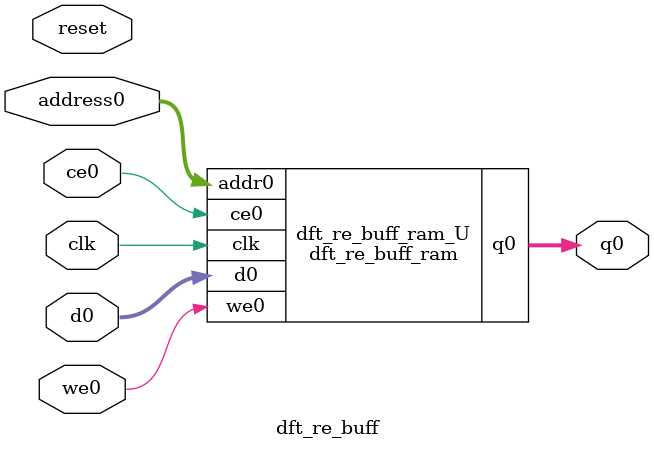
<source format=v>
`timescale 1 ns / 1 ps
module dft_re_buff_ram (addr0, ce0, d0, we0, q0,  clk);

parameter DWIDTH = 32;
parameter AWIDTH = 10;
parameter MEM_SIZE = 1024;

input[AWIDTH-1:0] addr0;
input ce0;
input[DWIDTH-1:0] d0;
input we0;
output reg[DWIDTH-1:0] q0;
input clk;

reg [DWIDTH-1:0] ram[0:MEM_SIZE-1];




always @(posedge clk)  
begin 
    if (ce0) begin
        if (we0) 
            ram[addr0] <= d0; 
        q0 <= ram[addr0];
    end
end


endmodule

`timescale 1 ns / 1 ps
module dft_re_buff(
    reset,
    clk,
    address0,
    ce0,
    we0,
    d0,
    q0);

parameter DataWidth = 32'd32;
parameter AddressRange = 32'd1024;
parameter AddressWidth = 32'd10;
input reset;
input clk;
input[AddressWidth - 1:0] address0;
input ce0;
input we0;
input[DataWidth - 1:0] d0;
output[DataWidth - 1:0] q0;



dft_re_buff_ram dft_re_buff_ram_U(
    .clk( clk ),
    .addr0( address0 ),
    .ce0( ce0 ),
    .we0( we0 ),
    .d0( d0 ),
    .q0( q0 ));

endmodule


</source>
